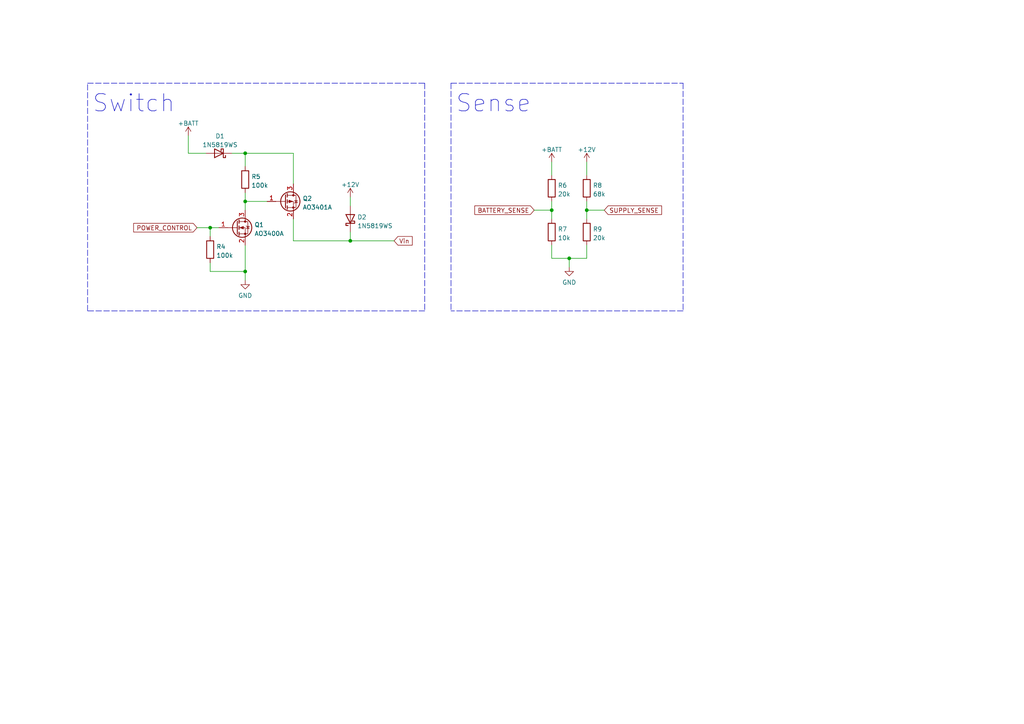
<source format=kicad_sch>
(kicad_sch (version 20211123) (generator eeschema)
  (paper "A4")
  (lib_symbols
    (symbol "Device:D_Schottky" (pin_numbers hide) (pin_names (offset 1.016) hide)
      (property "Reference" "D" (at 0 2.54 0))
      (property "Value" "D_Schottky" (at 0 -2.54 0))
      (symbol "D_Schottky_0_1"
        (polyline (pts (xy 1.27 0) (xy -1.27 0)))
        (polyline (pts (xy 1.27 1.27) (xy 1.27 -1.27) (xy -1.27 0) (xy 1.27 1.27)) (stroke (width 0.254)))
        (polyline (pts (xy -1.905 0.635) (xy -1.905 1.27) (xy -1.27 1.27) (xy -1.27 -1.27) (xy -0.635 -1.27) (xy -0.635 -0.635)) (stroke (width 0.254)))
      )
      (symbol "D_Schottky_1_1"
        (pin passive line (at -3.81 0 0) (length 2.54) (name "K") (number "1"))
        (pin passive line (at 3.81 0 180) (length 2.54) (name "A") (number "2"))
      )
    )
    (symbol "Device:R" (pin_numbers hide) (pin_names (offset 0))
      (property "Reference" "R" (at 2.032 0 90))
      (property "Value" "R" (at 0 0 90))
      (symbol "R_0_1"
        (rectangle (start -1.016 -2.54) (end 1.016 2.54) (stroke (width 0.254)))
      )
      (symbol "R_1_1"
        (pin passive line (at 0 3.81 270) (length 1.27) (name "~") (number "1"))
        (pin passive line (at 0 -3.81 90) (length 1.27) (name "~") (number "2"))
      )
    )
    (symbol "Transistor_FET:AO3400A" (pin_names hide)
      (property "Reference" "Q" (at 5.08 1.905 0))
      (property "Value" "AO3400A" (at 5.08 0 0))
      (symbol "AO3400A_0_1"
        (polyline (pts (xy 0.254 0) (xy -2.54 0)))
        (polyline (pts (xy 0.254 1.905) (xy 0.254 -1.905)) (stroke (width 0.254)))
        (polyline (pts (xy 0.762 -1.27) (xy 0.762 -2.286)) (stroke (width 0.254)))
        (polyline (pts (xy 0.762 0.508) (xy 0.762 -0.508)) (stroke (width 0.254)))
        (polyline (pts (xy 0.762 2.286) (xy 0.762 1.27)) (stroke (width 0.254)))
        (polyline (pts (xy 2.54 2.54) (xy 2.54 1.778)))
        (polyline (pts (xy 2.54 -2.54) (xy 2.54 0) (xy 0.762 0)))
        (polyline (pts (xy 0.762 -1.778) (xy 3.302 -1.778) (xy 3.302 1.778) (xy 0.762 1.778)))
        (polyline (pts (xy 1.016 0) (xy 2.032 0.381) (xy 2.032 -0.381) (xy 1.016 0)) (fill (type outline)))
        (polyline (pts (xy 2.794 0.508) (xy 2.921 0.381) (xy 3.683 0.381) (xy 3.81 0.254)))
        (polyline (pts (xy 3.302 0.381) (xy 2.921 -0.254) (xy 3.683 -0.254) (xy 3.302 0.381)))
        (circle (center 1.651 0) (radius 2.794) (stroke (width 0.254)))
        (circle (center 2.54 -1.778) (radius 0.254) (fill (type outline)))
        (circle (center 2.54 1.778) (radius 0.254) (fill (type outline)))
      )
      (symbol "AO3400A_1_1"
        (pin input line (at -5.08 0 0) (length 2.54) (name "G") (number "1"))
        (pin passive line (at 2.54 -5.08 90) (length 2.54) (name "S") (number "2"))
        (pin passive line (at 2.54 5.08 270) (length 2.54) (name "D") (number "3"))
      )
    )
    (symbol "Transistor_FET:AO3401A" (pin_names hide)
      (property "Reference" "Q" (at 5.08 1.905 0))
      (property "Value" "AO3401A" (at 5.08 0 0))
      (symbol "AO3401A_0_1"
        (polyline (pts (xy 0.254 0) (xy -2.54 0)))
        (polyline (pts (xy 0.254 1.905) (xy 0.254 -1.905)) (stroke (width 0.254)))
        (polyline (pts (xy 0.762 -1.27) (xy 0.762 -2.286)) (stroke (width 0.254)))
        (polyline (pts (xy 0.762 0.508) (xy 0.762 -0.508)) (stroke (width 0.254)))
        (polyline (pts (xy 0.762 2.286) (xy 0.762 1.27)) (stroke (width 0.254)))
        (polyline (pts (xy 2.54 2.54) (xy 2.54 1.778)))
        (polyline (pts (xy 2.54 -2.54) (xy 2.54 0) (xy 0.762 0)))
        (polyline (pts (xy 0.762 1.778) (xy 3.302 1.778) (xy 3.302 -1.778) (xy 0.762 -1.778)))
        (polyline (pts (xy 2.286 0) (xy 1.27 0.381) (xy 1.27 -0.381) (xy 2.286 0)) (fill (type outline)))
        (polyline (pts (xy 2.794 -0.508) (xy 2.921 -0.381) (xy 3.683 -0.381) (xy 3.81 -0.254)))
        (polyline (pts (xy 3.302 -0.381) (xy 2.921 0.254) (xy 3.683 0.254) (xy 3.302 -0.381)))
        (circle (center 1.651 0) (radius 2.794) (stroke (width 0.254)))
        (circle (center 2.54 -1.778) (radius 0.254) (fill (type outline)))
        (circle (center 2.54 1.778) (radius 0.254) (fill (type outline)))
      )
      (symbol "AO3401A_1_1"
        (pin input line (at -5.08 0 0) (length 2.54) (name "G") (number "1"))
        (pin passive line (at 2.54 -5.08 90) (length 2.54) (name "S") (number "2"))
        (pin passive line (at 2.54 5.08 270) (length 2.54) (name "D") (number "3"))
      )
    )
    (symbol "power:+12V" (power) (pin_names (offset 0))
      (property "Value" "+12V" (at 0 3.556 0))
      (symbol "+12V_0_1"
        (polyline (pts (xy -0.762 1.27) (xy 0 2.54)))
        (polyline (pts (xy 0 0) (xy 0 2.54)))
        (polyline (pts (xy 0 2.54) (xy 0.762 1.27)))
      )
      (symbol "+12V_1_1"
        (pin power_in line (at 0 0 90) (length 0) hide (name "+12V") (number "1"))
      )
    )
    (symbol "power:+BATT" (power) (pin_names (offset 0))
      (property "Value" "+BATT" (at 0 3.556 0))
      (symbol "+BATT_0_1"
        (polyline (pts (xy -0.762 1.27) (xy 0 2.54)))
        (polyline (pts (xy 0 0) (xy 0 2.54)))
        (polyline (pts (xy 0 2.54) (xy 0.762 1.27)))
      )
      (symbol "+BATT_1_1"
        (pin power_in line (at 0 0 90) (length 0) hide (name "+BATT") (number "1"))
      )
    )
    (symbol "power:GND" (power) (pin_names (offset 0))
      (property "Value" "GND" (at 0 -3.81 0))
      (symbol "GND_0_1"
        (polyline (pts (xy 0 0) (xy 0 -1.27) (xy 1.27 -1.27) (xy 0 -2.54) (xy -1.27 -1.27) (xy 0 -1.27)))
      )
      (symbol "GND_1_1"
        (pin power_in line (at 0 0 270) (length 0) hide (name "GND") (number "1"))
      )
    )
  )
  (junction (at 60.96 66.04))
  (junction (at 71.12 58.42))
  (junction (at 71.12 78.74))
  (junction (at 170.18 60.96))
  (junction (at 165.1 74.93))
  (junction (at 71.12 44.45))
  (junction (at 101.6 69.85))
  (junction (at 160.02 60.96))
  (wire (pts (xy 71.12 44.45) (xy 85.09 44.45)))
  (wire (pts (xy 160.02 74.93) (xy 165.1 74.93)))
  (polyline (pts (xy 198.12 90.17) (xy 130.81 90.17)))
  (wire (pts (xy 67.31 44.45) (xy 71.12 44.45)))
  (wire (pts (xy 71.12 44.45) (xy 71.12 48.26)))
  (wire (pts (xy 165.1 74.93) (xy 170.18 74.93)))
  (wire (pts (xy 71.12 58.42) (xy 77.47 58.42)))
  (wire (pts (xy 160.02 58.42) (xy 160.02 60.96)))
  (polyline (pts (xy 123.19 90.17) (xy 25.4 90.17)))
  (wire (pts (xy 170.18 71.12) (xy 170.18 74.93)))
  (wire (pts (xy 170.18 58.42) (xy 170.18 60.96)))
  (wire (pts (xy 71.12 58.42) (xy 71.12 60.96)))
  (wire (pts (xy 71.12 71.12) (xy 71.12 78.74)))
  (wire (pts (xy 101.6 67.31) (xy 101.6 69.85)))
  (wire (pts (xy 60.96 66.04) (xy 63.5 66.04)))
  (wire (pts (xy 170.18 60.96) (xy 170.18 63.5)))
  (wire (pts (xy 165.1 74.93) (xy 165.1 77.47)))
  (polyline (pts (xy 25.4 90.17) (xy 25.4 24.13)))
  (wire (pts (xy 71.12 78.74) (xy 71.12 81.28)))
  (wire (pts (xy 160.02 60.96) (xy 160.02 63.5)))
  (wire (pts (xy 54.61 39.37) (xy 54.61 44.45)))
  (wire (pts (xy 160.02 46.99) (xy 160.02 50.8)))
  (polyline (pts (xy 130.81 24.13) (xy 198.12 24.13)))
  (wire (pts (xy 60.96 68.58) (xy 60.96 66.04)))
  (wire (pts (xy 57.15 66.04) (xy 60.96 66.04)))
  (polyline (pts (xy 25.4 24.13) (xy 123.19 24.13)))
  (wire (pts (xy 85.09 63.5) (xy 85.09 69.85)))
  (wire (pts (xy 54.61 44.45) (xy 59.69 44.45)))
  (wire (pts (xy 60.96 78.74) (xy 71.12 78.74)))
  (wire (pts (xy 85.09 44.45) (xy 85.09 53.34)))
  (polyline (pts (xy 130.81 24.13) (xy 130.81 90.17)))
  (wire (pts (xy 101.6 57.15) (xy 101.6 59.69)))
  (wire (pts (xy 170.18 46.99) (xy 170.18 50.8)))
  (polyline (pts (xy 198.12 24.13) (xy 198.12 90.17)))
  (polyline (pts (xy 123.19 24.13) (xy 123.19 90.17)))
  (wire (pts (xy 85.09 69.85) (xy 101.6 69.85)))
  (wire (pts (xy 160.02 71.12) (xy 160.02 74.93)))
  (wire (pts (xy 170.18 60.96) (xy 175.26 60.96)))
  (wire (pts (xy 101.6 69.85) (xy 114.3 69.85)))
  (wire (pts (xy 71.12 55.88) (xy 71.12 58.42)))
  (wire (pts (xy 154.94 60.96) (xy 160.02 60.96)))
  (wire (pts (xy 60.96 76.2) (xy 60.96 78.74)))
  (text "Switch" (at 26.67 33.02 0) (effects (font (size 5 5)) (justify left bottom)))
  (text "Sense" (at 132.08 33.02 0) (effects (font (size 5 5)) (justify left bottom)))
  (global_label "SUPPLY_SENSE" (shape input) (at 175.26 60.96 0) (property "Intersheet References" "${INTERSHEET_REFS}" (effects hide)))
  (global_label "POWER_CONTROL" (shape input) (at 57.15 66.04 180) (property "Intersheet References" "${INTERSHEET_REFS}" (effects hide)))
  (global_label "Vin" (shape input) (at 114.3 69.85 0) (property "Intersheet References" "${INTERSHEET_REFS}" (effects hide)))
  (global_label "BATTERY_SENSE" (shape input) (at 154.94 60.96 180) (property "Intersheet References" "${INTERSHEET_REFS}" (effects hide)))
  (symbol (lib_id "Device:R") (at 160.02 67.31 0) (unit 1)
    (property "Reference" "R7" (at 161.798 66.4753 0) (effects (justify left)))
    (property "Value" "10k" (at 161.798 69.0122 0) (effects (justify left)))
    (property "Footprint" "Resistor_SMD:R_0402_1005Metric" (effects hide))
    (property "Datasheet" "https://datasheet.lcsc.com/lcsc/2110260030_UNI-ROYAL-Uniroyal-Elec-0402WGF1002TCE_C25744.pdf" (effects hide))
    (property "LCSC#" "C25744" (effects hide))
  )
  (symbol (lib_id "power:+12V") (at 170.18 46.99 0) (unit 1)
    (property "Reference" "#PWR018" (effects hide))
    (property "Value" "+12V" (at 170.18 43.4142 0))
  )
  (symbol (lib_id "Transistor_FET:AO3400A") (at 68.58 66.04 0) (unit 1)
    (property "Reference" "Q1" (at 73.787 65.2053 0) (effects (justify left)))
    (property "Value" "AO3400A" (at 73.787 67.7422 0) (effects (justify left)))
    (property "Footprint" "Package_TO_SOT_SMD:SOT-23" (effects hide))
    (property "Datasheet" "http://www.aosmd.com/pdfs/datasheet/AO3400A.pdf" (effects hide))
    (property "LCSC#" "C20917" (effects hide))
  )
  (symbol (lib_id "power:+BATT") (at 54.61 39.37 0) (unit 1)
    (property "Reference" "#PWR013" (effects hide))
    (property "Value" "+BATT" (at 54.61 35.7942 0))
  )
  (symbol (lib_id "Device:R") (at 60.96 72.39 0) (unit 1)
    (property "Reference" "R4" (at 62.738 71.5553 0) (effects (justify left)))
    (property "Value" "100k" (at 62.738 74.0922 0) (effects (justify left)))
    (property "Footprint" "Resistor_SMD:R_0402_1005Metric" (effects hide))
    (property "Datasheet" "https://datasheet.lcsc.com/lcsc/2110260030_UNI-ROYAL-Uniroyal-Elec-0402WGF1003TCE_C25741.pdf" (effects hide))
    (property "LCSC#" "C25741" (effects hide))
  )
  (symbol (lib_id "Device:R") (at 71.12 52.07 0) (unit 1)
    (property "Reference" "R5" (at 72.898 51.2353 0) (effects (justify left)))
    (property "Value" "100k" (at 72.898 53.7722 0) (effects (justify left)))
    (property "Footprint" "Resistor_SMD:R_0402_1005Metric" (effects hide))
    (property "Datasheet" "https://datasheet.lcsc.com/lcsc/2110260030_UNI-ROYAL-Uniroyal-Elec-0402WGF1003TCE_C25741.pdf" (effects hide))
    (property "LCSC#" "C25741" (effects hide))
  )
  (symbol (lib_id "power:+BATT") (at 160.02 46.99 0) (unit 1)
    (property "Reference" "#PWR016" (effects hide))
    (property "Value" "+BATT" (at 160.02 43.4142 0))
  )
  (symbol (lib_id "power:+12V") (at 101.6 57.15 0) (unit 1)
    (property "Reference" "#PWR015" (effects hide))
    (property "Value" "+12V" (at 101.6 53.5742 0))
  )
  (symbol (lib_id "Device:R") (at 160.02 54.61 0) (unit 1)
    (property "Reference" "R6" (at 161.798 53.7753 0) (effects (justify left)))
    (property "Value" "20k" (at 161.798 56.3122 0) (effects (justify left)))
    (property "Footprint" "Resistor_SMD:R_0402_1005Metric" (effects hide))
    (property "Datasheet" "https://datasheet.lcsc.com/lcsc/2110260030_UNI-ROYAL-Uniroyal-Elec-0402WGF2002TCE_C25765.pdf" (effects hide))
    (property "LCSC#" "C25765" (effects hide))
  )
  (symbol (lib_id "Transistor_FET:AO3401A") (at 82.55 58.42 0) (unit 1)
    (property "Reference" "Q2" (at 87.757 57.5853 0) (effects (justify left)))
    (property "Value" "AO3401A" (at 87.757 60.1222 0) (effects (justify left)))
    (property "Footprint" "Package_TO_SOT_SMD:SOT-23" (effects hide))
    (property "Datasheet" "http://www.aosmd.com/pdfs/datasheet/AO3401A.pdf" (effects hide))
    (property "LCSC#" "C15127" (effects hide))
  )
  (symbol (lib_id "power:GND") (at 165.1 77.47 0) (unit 1)
    (property "Reference" "#PWR017" (effects hide))
    (property "Value" "GND" (at 165.1 81.9134 0))
  )
  (symbol (lib_id "Device:D_Schottky") (at 101.6 63.5 90) (unit 1)
    (property "Reference" "D2" (at 103.632 62.9828 90) (effects (justify right)))
    (property "Value" "1N5819WS" (at 103.632 65.5197 90) (effects (justify right)))
    (property "Footprint" "Diode_SMD:D_SOD-323" (effects hide))
    (property "Datasheet" "https://datasheet.lcsc.com/lcsc/1810202112_Guangdong-Hottech-1N5819WS_C191023.pdf" (effects hide))
    (property "LCSC#" "C191023" (effects hide))
  )
  (symbol (lib_id "Device:D_Schottky") (at 63.5 44.45 180) (unit 1)
    (property "Reference" "D1" (at 63.8175 39.4802 0))
    (property "Value" "1N5819WS" (at 63.8175 42.0171 0))
    (property "Footprint" "Diode_SMD:D_SOD-323" (effects hide))
    (property "Datasheet" "https://datasheet.lcsc.com/lcsc/1810202112_Guangdong-Hottech-1N5819WS_C191023.pdf" (effects hide))
    (property "LCSC#" "C191023" (effects hide))
  )
  (symbol (lib_id "power:GND") (at 71.12 81.28 0) (unit 1)
    (property "Reference" "#PWR014" (effects hide))
    (property "Value" "GND" (at 71.12 85.7234 0))
  )
  (symbol (lib_id "Device:R") (at 170.18 67.31 0) (unit 1)
    (property "Reference" "R9" (at 171.958 66.4753 0) (effects (justify left)))
    (property "Value" "20k" (at 171.958 69.0122 0) (effects (justify left)))
    (property "Footprint" "Resistor_SMD:R_0402_1005Metric" (effects hide))
    (property "Datasheet" "https://datasheet.lcsc.com/lcsc/2110260030_UNI-ROYAL-Uniroyal-Elec-0402WGF2002TCE_C25765.pdf" (effects hide))
    (property "LCSC#" "C25765" (effects hide))
  )
  (symbol (lib_id "Device:R") (at 170.18 54.61 0) (unit 1)
    (property "Reference" "R8" (at 171.958 53.7753 0) (effects (justify left)))
    (property "Value" "68k" (at 171.958 56.3122 0) (effects (justify left)))
    (property "Footprint" "Resistor_SMD:R_0402_1005Metric" (effects hide))
    (property "Datasheet" "https://datasheet.lcsc.com/lcsc/2110260230_UNI-ROYAL-Uniroyal-Elec-0402WGF6802TCE_C36871.pdf" (effects hide))
    (property "LCSC#" "C36871" (effects hide))
  )
)
</source>
